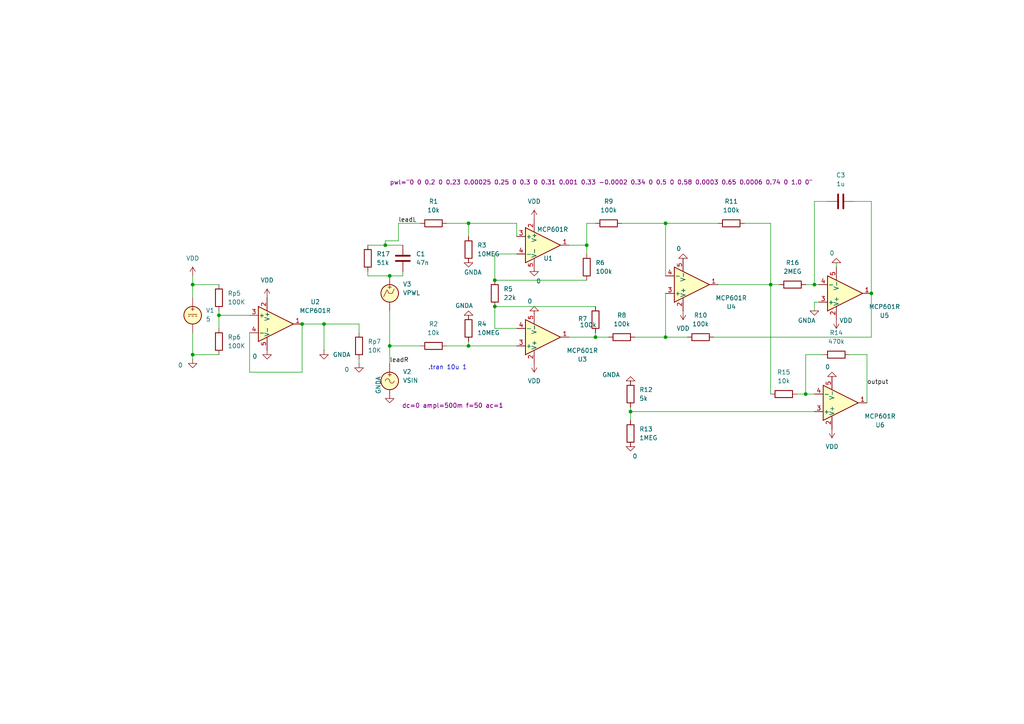
<source format=kicad_sch>
(kicad_sch (version 20250114) (generator "eeschema") (generator_version "9.0")
  (paper "A4")
  (lib_symbols
    (symbol "Amplifier_Operational:MCP601R" (pin_names (offset 0.127))
      (property "Reference" "U" (at 0 5.08 0))
      (property "Value" "MCP601R" (at 0 -5.08 0))
      (symbol "MCP601R_0_1"
        (polyline (pts (xy -5.08 5.08) (xy 5.08 0) (xy -5.08 -5.08) (xy -5.08 5.08)) (stroke (width 0.254)) (fill (type background)))
      )
      (symbol "MCP601R_1_1"
        (pin input line (at -7.62 2.54 0) (length 2.54) (name "+") (number "3"))
        (pin input line (at -7.62 -2.54 0) (length 2.54) (name "-") (number "4"))
        (pin power_in line (at -2.54 7.62 270) (length 3.81) (name "V+") (number "2"))
        (pin power_in line (at -2.54 -7.62 90) (length 3.81) (name "V-") (number "5"))
        (pin output line (at 7.62 0 180) (length 2.54) (name "~") (number "1"))
      )
    )
    (symbol "Device:C" (pin_numbers (hide yes)) (pin_names (offset 0.254))
      (property "Reference" "C" (at 0.635 2.54 0))
      (property "Value" "C" (at 0.635 -2.54 0))
      (symbol "C_0_1"
        (polyline (pts (xy -2.032 0.762) (xy 2.032 0.762)) (stroke (width 0.508)))
        (polyline (pts (xy -2.032 -0.762) (xy 2.032 -0.762)) (stroke (width 0.508)))
      )
      (symbol "C_1_1"
        (pin passive line (at 0 3.81 270) (length 2.794) (name "~") (number "1"))
        (pin passive line (at 0 -3.81 90) (length 2.794) (name "~") (number "2"))
      )
    )
    (symbol "Device:R" (pin_numbers (hide yes)) (pin_names (offset 0))
      (property "Reference" "R" (at 2.032 0 90))
      (property "Value" "R" (at 0 0 90))
      (symbol "R_0_1"
        (rectangle (start -1.016 -2.54) (end 1.016 2.54) (stroke (width 0.254)))
      )
      (symbol "R_1_1"
        (pin passive line (at 0 3.81 270) (length 1.27) (name "~") (number "1"))
        (pin passive line (at 0 -3.81 90) (length 1.27) (name "~") (number "2"))
      )
    )
    (symbol "Simulation_SPICE:0" (power) (pin_numbers (hide yes)) (pin_names (offset 0) (hide yes))
      (property "Value" "0" (at 0 -2.54 0))
      (symbol "0_0_1"
        (polyline (pts (xy -1.27 0) (xy 0 -1.27) (xy 1.27 0) (xy -1.27 0)))
      )
      (symbol "0_1_1"
        (pin power_in line (at 0 0 0) (length 0) (name "~") (number "1"))
      )
    )
    (symbol "Simulation_SPICE:VDC" (pin_numbers (hide yes)) (pin_names (offset 0.0254))
      (property "Reference" "V" (at 2.54 2.54 0))
      (property "Value" "1" (at 2.54 0 0))
      (symbol "VDC_0_0"
        (polyline (pts (xy -1.27 0.254) (xy 1.27 0.254)))
        (polyline (pts (xy -0.762 -0.254) (xy -1.27 -0.254)))
        (polyline (pts (xy 0.254 -0.254) (xy -0.254 -0.254)))
        (polyline (pts (xy 1.27 -0.254) (xy 0.762 -0.254)))
        (text "+" (at 0 1.905 0) (effects (font (size 1.27 1.27))))
      )
      (symbol "VDC_0_1"
        (circle (center 0 0) (radius 2.54) (stroke (width 0.254)) (fill (type background)))
      )
      (symbol "VDC_1_1"
        (pin passive line (at 0 5.08 270) (length 2.54) (name "~") (number "1"))
        (pin passive line (at 0 -5.08 90) (length 2.54) (name "~") (number "2"))
      )
    )
    (symbol "Simulation_SPICE:VPWL" (pin_numbers (hide yes)) (pin_names (offset 0.0254))
      (property "Reference" "V" (at 2.54 2.54 0))
      (property "Value" "VPWL" (at 2.54 0 0))
      (property "Sim.Params" "pwl=\"0 -1 50n -1 51n 0 97n 1 171n -1 200n -1\"" (at 2.54 -2.54 0))
      (symbol "VPWL_0_0"
        (polyline (pts (xy -1.778 -1.016) (xy -0.762 1.016) (xy -0.254 0) (xy 0.762 0) (xy 1.27 1.27)))
        (text "+" (at 0 1.905 0) (effects (font (size 1.27 1.27))))
      )
      (symbol "VPWL_0_1"
        (circle (center 0 0) (radius 2.54) (stroke (width 0.254)) (fill (type background)))
      )
      (symbol "VPWL_1_1"
        (pin passive line (at 0 5.08 270) (length 2.54) (name "~") (number "1"))
        (pin passive line (at 0 -5.08 90) (length 2.54) (name "~") (number "2"))
      )
    )
    (symbol "Simulation_SPICE:VSIN" (pin_numbers (hide yes)) (pin_names (offset 0.0254))
      (property "Reference" "V" (at 2.54 2.54 0))
      (property "Value" "VSIN" (at 2.54 0 0))
      (property "Sim.Params" "dc=0 ampl=1 f=1k ac=1" (at 2.54 -2.54 0))
      (symbol "VSIN_0_0"
        (arc (start -1.27 0) (mid -0.635 0.6323) (end 0 0))
        (arc (start 1.27 0) (mid 0.635 -0.6323) (end 0 0))
        (text "+" (at 0 1.905 0) (effects (font (size 1.27 1.27))))
      )
      (symbol "VSIN_0_1"
        (circle (center 0 0) (radius 2.54) (stroke (width 0.254)) (fill (type background)))
      )
      (symbol "VSIN_1_1"
        (pin passive line (at 0 5.08 270) (length 2.54) (name "~") (number "1"))
        (pin passive line (at 0 -5.08 90) (length 2.54) (name "~") (number "2"))
      )
    )
    (symbol "power:GND" (power) (pin_numbers (hide yes)) (pin_names (offset 0) (hide yes))
      (property "Value" "GND" (at 0 -3.81 0))
      (symbol "GND_0_1"
        (polyline (pts (xy 0 0) (xy 0 -1.27) (xy 1.27 -1.27) (xy 0 -2.54) (xy -1.27 -1.27) (xy 0 -1.27)))
      )
      (symbol "GND_1_1"
        (pin power_in line (at 0 0 270) (length 0) (name "~") (number "1"))
      )
    )
    (symbol "power:VDD" (power) (pin_numbers (hide yes)) (pin_names (offset 0) (hide yes))
      (property "Value" "VDD" (at 0 3.556 0))
      (symbol "VDD_0_1"
        (polyline (pts (xy -0.762 1.27) (xy 0 2.54)))
        (polyline (pts (xy 0 2.54) (xy 0.762 1.27)))
        (polyline (pts (xy 0 0) (xy 0 2.54)))
      )
      (symbol "VDD_1_1"
        (pin power_in line (at 0 0 90) (length 0) (name "~") (number "1"))
      )
    )
  )
  (text ".tran 10u 1" (at 129.794 106.68 0) (effects (font (size 1.27 1.27))))
  (junction (at 135.89 64.77))
  (junction (at 236.22 82.55))
  (junction (at 113.03 80.01))
  (junction (at 55.88 82.55))
  (junction (at 143.51 81.28))
  (junction (at 93.98 93.98))
  (junction (at 193.04 64.77))
  (junction (at 170.18 71.12))
  (junction (at 55.88 102.87))
  (junction (at 111.76 71.12))
  (junction (at 143.51 88.9))
  (junction (at 182.88 119.38))
  (junction (at 193.04 97.79))
  (junction (at 172.72 97.79))
  (junction (at 113.03 100.33))
  (junction (at 63.5 91.44))
  (junction (at 135.89 100.33))
  (junction (at 223.52 82.55))
  (junction (at 252.73 85.09))
  (junction (at 233.68 114.3))
  (junction (at 87.63 93.98))
  (wire (pts (xy 208.28 82.55) (xy 223.52 82.55)))
  (wire (pts (xy 135.89 64.77) (xy 135.89 68.58)))
  (wire (pts (xy 129.54 100.33) (xy 135.89 100.33)))
  (wire (pts (xy 129.54 64.77) (xy 135.89 64.77)))
  (wire (pts (xy 55.88 104.14) (xy 55.88 102.87)))
  (wire (pts (xy 180.34 64.77) (xy 193.04 64.77)))
  (wire (pts (xy 113.03 100.33) (xy 121.92 100.33)))
  (wire (pts (xy 143.51 81.28) (xy 170.18 81.28)))
  (wire (pts (xy 172.72 96.52) (xy 172.72 97.79)))
  (wire (pts (xy 170.18 64.77) (xy 170.18 71.12)))
  (wire (pts (xy 93.98 93.98) (xy 104.14 93.98)))
  (wire (pts (xy 193.04 64.77) (xy 208.28 64.77)))
  (wire (pts (xy 87.63 93.98) (xy 93.98 93.98)))
  (wire (pts (xy 63.5 91.44) (xy 72.39 91.44)))
  (wire (pts (xy 104.14 93.98) (xy 104.14 96.52)))
  (wire (pts (xy 135.89 100.33) (xy 149.86 100.33)))
  (wire (pts (xy 111.76 71.12) (xy 111.76 69.85)))
  (wire (pts (xy 223.52 82.55) (xy 226.06 82.55)))
  (wire (pts (xy 111.76 71.12) (xy 116.84 71.12)))
  (wire (pts (xy 170.18 71.12) (xy 170.18 73.66)))
  (wire (pts (xy 143.51 95.25) (xy 143.51 88.9)))
  (wire (pts (xy 106.68 71.12) (xy 111.76 71.12)))
  (wire (pts (xy 182.88 119.38) (xy 236.22 119.38)))
  (wire (pts (xy 143.51 73.66) (xy 143.51 81.28)))
  (wire (pts (xy 236.22 87.63) (xy 237.49 87.63)))
  (wire (pts (xy 104.14 104.14) (xy 104.14 105.41)))
  (wire (pts (xy 172.72 64.77) (xy 170.18 64.77)))
  (wire (pts (xy 231.14 114.3) (xy 233.68 114.3)))
  (wire (pts (xy 63.5 90.17) (xy 63.5 91.44)))
  (wire (pts (xy 207.01 97.79) (xy 252.73 97.79)))
  (wire (pts (xy 223.52 64.77) (xy 215.9 64.77)))
  (wire (pts (xy 233.68 114.3) (xy 236.22 114.3)))
  (wire (pts (xy 63.5 82.55) (xy 55.88 82.55)))
  (wire (pts (xy 87.63 93.98) (xy 87.63 107.95)))
  (wire (pts (xy 193.04 64.77) (xy 193.04 80.01)))
  (wire (pts (xy 236.22 82.55) (xy 237.49 82.55)))
  (wire (pts (xy 172.72 97.79) (xy 176.53 97.79)))
  (wire (pts (xy 113.03 90.17) (xy 113.03 100.33)))
  (wire (pts (xy 252.73 97.79) (xy 252.73 85.09)))
  (wire (pts (xy 106.68 80.01) (xy 106.68 78.74)))
  (wire (pts (xy 193.04 97.79) (xy 199.39 97.79)))
  (wire (pts (xy 149.86 95.25) (xy 143.51 95.25)))
  (wire (pts (xy 72.39 107.95) (xy 87.63 107.95)))
  (wire (pts (xy 149.86 64.77) (xy 149.86 68.58)))
  (wire (pts (xy 55.88 82.55) (xy 55.88 86.36)))
  (wire (pts (xy 223.52 114.3) (xy 223.52 82.55)))
  (wire (pts (xy 236.22 90.17) (xy 236.22 87.63)))
  (wire (pts (xy 111.76 69.85) (xy 115.57 69.85)))
  (wire (pts (xy 135.89 64.77) (xy 149.86 64.77)))
  (wire (pts (xy 116.84 80.01) (xy 116.84 78.74)))
  (wire (pts (xy 242.57 77.47) (xy 242.57 76.2)))
  (wire (pts (xy 165.1 71.12) (xy 170.18 71.12)))
  (wire (pts (xy 116.84 80.01) (xy 113.03 80.01)))
  (wire (pts (xy 236.22 58.42) (xy 236.22 82.55)))
  (wire (pts (xy 223.52 64.77) (xy 223.52 82.55)))
  (wire (pts (xy 252.73 58.42) (xy 252.73 85.09)))
  (wire (pts (xy 165.1 97.79) (xy 172.72 97.79)))
  (wire (pts (xy 113.03 80.01) (xy 106.68 80.01)))
  (wire (pts (xy 115.57 64.77) (xy 115.57 69.85)))
  (wire (pts (xy 55.88 102.87) (xy 55.88 96.52)))
  (wire (pts (xy 238.76 102.87) (xy 233.68 102.87)))
  (wire (pts (xy 251.46 102.87) (xy 246.38 102.87)))
  (wire (pts (xy 251.46 116.84) (xy 251.46 102.87)))
  (wire (pts (xy 247.65 58.42) (xy 252.73 58.42)))
  (wire (pts (xy 121.92 64.77) (xy 115.57 64.77)))
  (wire (pts (xy 233.68 102.87) (xy 233.68 114.3)))
  (wire (pts (xy 182.88 119.38) (xy 182.88 121.92)))
  (wire (pts (xy 149.86 73.66) (xy 143.51 73.66)))
  (wire (pts (xy 113.03 100.33) (xy 113.03 105.41)))
  (wire (pts (xy 193.04 85.09) (xy 193.04 97.79)))
  (wire (pts (xy 233.68 82.55) (xy 236.22 82.55)))
  (wire (pts (xy 63.5 91.44) (xy 63.5 95.25)))
  (wire (pts (xy 240.03 58.42) (xy 236.22 58.42)))
  (wire (pts (xy 143.51 88.9) (xy 172.72 88.9)))
  (wire (pts (xy 184.15 97.79) (xy 193.04 97.79)))
  (wire (pts (xy 135.89 99.06) (xy 135.89 100.33)))
  (wire (pts (xy 72.39 96.52) (xy 72.39 107.95)))
  (wire (pts (xy 63.5 102.87) (xy 55.88 102.87)))
  (wire (pts (xy 182.88 118.11) (xy 182.88 119.38)))
  (wire (pts (xy 55.88 82.55) (xy 55.88 80.01)))
  (wire (pts (xy 93.98 93.98) (xy 93.98 101.6)))
  (label "output" (at 251.46 111.76 0))
  (label "leadL" (at 115.57 64.77 0))
  (label "leadR" (at 113.03 105.41 0))
  (symbol (lib_id "power:VDD") (at 242.57 92.71 180) (unit 1)
    (property "Reference" "#PWR011" (effects (hide yes)))
    (property "Value" "VDD" (at 245.364 92.964 0))
    (property "Description" "Power symbol creates a global label with name \"VDD\"" (effects (hide yes)))
  )
  (symbol (lib_id "power:GND") (at 104.14 105.41 0) (unit 1)
    (property "Reference" "#PWR07" (effects (hide yes)))
    (property "Value" "0" (at 100.584 107.188 0))
    (property "Description" "Power symbol creates a global label with name \"GND\" , ground" (effects (hide yes)))
  )
  (symbol (lib_id "power:GND") (at 93.98 101.6 0) (unit 1)
    (property "Reference" "#PWR08" (effects (hide yes)))
    (property "Value" "GNDA" (at 96.52 102.8699 0) (effects (justify left)))
    (property "Description" "Power symbol creates a global label with name \"GND\" , ground" (effects (hide yes)))
  )
  (symbol (lib_id "Amplifier_Operational:MCP601R") (at 243.84 116.84 0) (mirror x) (unit 1)
    (property "Reference" "U6" (at 255.27 123.2602 0))
    (property "Value" "MCP601R" (at 255.27 120.7202 0))
    (property "Footprint" "Package_TO_SOT_SMD:SOT-23-5" (effects (hide yes)))
    (property "Datasheet" "https://ww1.microchip.com/downloads/en/DeviceDoc/21314g.pdf" (effects (hide yes)))
    (property "Description" "Single 2.7V to 6.0V Single Supply CMOS Op Amps, SOT-23-5" (effects (hide yes)))
    (property "Sim.Library" "/home/pepika/work/faks/medicinska_elektronika/vezba1/MCP601_opamp.txt" (effects (hide yes)))
    (property "Sim.Name" "MCP601" (effects (hide yes)))
    (property "Sim.Device" "SUBCKT" (effects (hide yes)))
    (property "Sim.Pins" "1=5 2=3 3=1 4=2 5=4" (effects (hide yes)))
  )
  (symbol (lib_id "Device:R") (at 106.68 74.93 180) (unit 1)
    (property "Reference" "R17" (at 109.22 73.6599 0) (effects (justify right)))
    (property "Value" "51k" (at 109.22 76.1999 0) (effects (justify right)))
    (property "Description" "Resistor" (effects (hide yes)))
  )
  (symbol (lib_id "Amplifier_Operational:MCP601R") (at 200.66 82.55 0) (mirror x) (unit 1)
    (property "Reference" "U4" (at 212.09 88.9702 0))
    (property "Value" "MCP601R" (at 212.09 86.4302 0))
    (property "Footprint" "Package_TO_SOT_SMD:SOT-23-5" (effects (hide yes)))
    (property "Datasheet" "https://ww1.microchip.com/downloads/en/DeviceDoc/21314g.pdf" (effects (hide yes)))
    (property "Description" "Single 2.7V to 6.0V Single Supply CMOS Op Amps, SOT-23-5" (effects (hide yes)))
    (property "Sim.Library" "/home/pepika/work/faks/medicinska_elektronika/vezba1/MCP601_opamp.txt" (effects (hide yes)))
    (property "Sim.Name" "MCP601" (effects (hide yes)))
    (property "Sim.Device" "SUBCKT" (effects (hide yes)))
    (property "Sim.Pins" "1=5 2=3 3=1 4=2 5=4" (effects (hide yes)))
  )
  (symbol (lib_id "power:GND") (at 77.47 101.6 0) (unit 1)
    (property "Reference" "#PWR06" (effects (hide yes)))
    (property "Value" "0" (at 73.914 103.378 0))
    (property "Description" "Power symbol creates a global label with name \"GND\" , ground" (effects (hide yes)))
  )
  (symbol (lib_id "Simulation_SPICE:0") (at 135.89 91.44 180) (unit 1)
    (property "Reference" "#GND06" (effects (hide yes)))
    (property "Value" "GNDA" (at 134.62 88.646 0))
    (property "Datasheet" "https://ngspice.sourceforge.io/docs/ngspice-html-manual/manual.xhtml#subsec_Circuit_elements__device" (effects (hide yes)))
    (property "Description" "0V reference potential for simulation" (effects (hide yes)))
  )
  (symbol (lib_id "Device:R") (at 135.89 95.25 0) (unit 1)
    (property "Reference" "R4" (at 138.43 93.9799 0) (effects (justify left)))
    (property "Value" "10MEG" (at 138.43 96.5199 0) (effects (justify left)))
    (property "Description" "Resistor" (effects (hide yes)))
  )
  (symbol (lib_id "Device:R") (at 63.5 86.36 0) (unit 1)
    (property "Reference" "Rp5" (at 66.04 85.0899 0) (effects (justify left)))
    (property "Value" "100K" (at 66.04 87.6299 0) (effects (justify left)))
    (property "Description" "Resistor" (effects (hide yes)))
  )
  (symbol (lib_id "Device:R") (at 125.73 100.33 90) (unit 1)
    (property "Reference" "R2" (at 125.73 93.98 90))
    (property "Value" "10k" (at 125.73 96.52 90))
    (property "Description" "Resistor" (effects (hide yes)))
  )
  (symbol (lib_id "Simulation_SPICE:VPWL") (at 113.03 85.09 0) (unit 1)
    (property "Reference" "V3" (at 116.84 82.4201 0) (effects (justify left)))
    (property "Value" "VPWL" (at 116.84 84.9601 0) (effects (justify left)))
    (property "Datasheet" "https://ngspice.sourceforge.io/docs/ngspice-html-manual/manual.xhtml#sec_Independent_Sources_for" (effects (hide yes)))
    (property "Description" "Voltage source, piece-wise linear" (effects (hide yes)))
    (property "Sim.Pins" "1=+ 2=-" (effects (hide yes)))
    (property "Sim.Device" "V" (effects (hide yes)))
    (property "Sim.Params" "pwl=\"0 0 0.2 0 0.23 0.00025 0.25 0 0.3 0 0.31 0.001 0.33 -0.0002 0.34 0 0.5 0 0.58 0.0003 0.65 0.0006 0.74 0 1.0 0\"" (at 113.03 52.832 0) (effects (justify left)))
    (property "Sim.Type" "PWL" (effects (hide yes)))
  )
  (symbol (lib_id "Amplifier_Operational:MCP601R") (at 245.11 85.09 0) (mirror x) (unit 1)
    (property "Reference" "U5" (at 256.54 91.5102 0))
    (property "Value" "MCP601R" (at 256.54 88.9702 0))
    (property "Footprint" "Package_TO_SOT_SMD:SOT-23-5" (effects (hide yes)))
    (property "Datasheet" "https://ww1.microchip.com/downloads/en/DeviceDoc/21314g.pdf" (effects (hide yes)))
    (property "Description" "Single 2.7V to 6.0V Single Supply CMOS Op Amps, SOT-23-5" (effects (hide yes)))
    (property "Sim.Library" "/home/pepika/work/faks/medicinska_elektronika/vezba1/MCP601_opamp.txt" (effects (hide yes)))
    (property "Sim.Name" "MCP601" (effects (hide yes)))
    (property "Sim.Device" "SUBCKT" (effects (hide yes)))
    (property "Sim.Pins" "1=5 2=3 3=1 4=2 5=4" (effects (hide yes)))
  )
  (symbol (lib_id "Device:R") (at 104.14 100.33 0) (unit 1)
    (property "Reference" "Rp7" (at 106.68 99.0599 0) (effects (justify left)))
    (property "Value" "10K" (at 106.68 101.5999 0) (effects (justify left)))
    (property "Description" "Resistor" (effects (hide yes)))
  )
  (symbol (lib_id "Device:R") (at 229.87 82.55 270) (unit 1)
    (property "Reference" "R16" (at 229.87 76.2 90))
    (property "Value" "2MEG" (at 229.87 78.74 90))
    (property "Description" "Resistor" (effects (hide yes)))
  )
  (symbol (lib_id "Device:R") (at 212.09 64.77 270) (unit 1)
    (property "Reference" "R11" (at 212.09 58.42 90))
    (property "Value" "100k" (at 212.09 60.96 90))
    (property "Description" "Resistor" (effects (hide yes)))
  )
  (symbol (lib_id "Device:R") (at 242.57 102.87 270) (unit 1)
    (property "Reference" "R14" (at 242.57 96.52 90))
    (property "Value" "470k" (at 242.57 99.06 90))
    (property "Description" "Resistor" (effects (hide yes)))
  )
  (symbol (lib_id "Device:R") (at 63.5 99.06 0) (unit 1)
    (property "Reference" "Rp6" (at 66.04 97.7899 0) (effects (justify left)))
    (property "Value" "100K" (at 66.04 100.3299 0) (effects (justify left)))
    (property "Description" "Resistor" (effects (hide yes)))
  )
  (symbol (lib_id "Device:R") (at 125.73 64.77 90) (unit 1)
    (property "Reference" "R1" (at 125.73 58.42 90))
    (property "Value" "10k" (at 125.73 60.96 90))
    (property "Description" "Resistor" (effects (hide yes)))
  )
  (symbol (lib_id "power:GND") (at 55.88 104.14 0) (unit 1)
    (property "Reference" "#PWR01" (effects (hide yes)))
    (property "Value" "0" (at 52.324 105.918 0))
    (property "Description" "Power symbol creates a global label with name \"GND\" , ground" (effects (hide yes)))
  )
  (symbol (lib_id "Device:R") (at 203.2 97.79 270) (unit 1)
    (property "Reference" "R10" (at 203.2 91.44 90))
    (property "Value" "100k" (at 203.2 93.98 90))
    (property "Description" "Resistor" (effects (hide yes)))
  )
  (symbol (lib_id "Simulation_SPICE:0") (at 198.12 74.93 180) (unit 1)
    (property "Reference" "#GND03" (effects (hide yes)))
    (property "Value" "0" (at 196.85 72.136 0))
    (property "Datasheet" "https://ngspice.sourceforge.io/docs/ngspice-html-manual/manual.xhtml#subsec_Circuit_elements__device" (effects (hide yes)))
    (property "Description" "0V reference potential for simulation" (effects (hide yes)))
  )
  (symbol (lib_id "Simulation_SPICE:0") (at 154.94 78.74 0) (unit 1)
    (property "Reference" "#GND02" (effects (hide yes)))
    (property "Value" "0" (at 156.21 81.534 0))
    (property "Datasheet" "https://ngspice.sourceforge.io/docs/ngspice-html-manual/manual.xhtml#subsec_Circuit_elements__device" (effects (hide yes)))
    (property "Description" "0V reference potential for simulation" (effects (hide yes)))
  )
  (symbol (lib_id "power:VDD") (at 154.94 63.5 0) (unit 1)
    (property "Reference" "#PWR02" (effects (hide yes)))
    (property "Value" "VDD" (at 154.94 58.42 0))
    (property "Description" "Power symbol creates a global label with name \"VDD\"" (effects (hide yes)))
  )
  (symbol (lib_id "Device:R") (at 170.18 77.47 0) (unit 1)
    (property "Reference" "R6" (at 172.72 76.1999 0) (effects (justify left)))
    (property "Value" "100k" (at 172.72 78.7399 0) (effects (justify left)))
    (property "Description" "Resistor" (effects (hide yes)))
  )
  (symbol (lib_id "Simulation_SPICE:0") (at 135.89 76.2 0) (unit 1)
    (property "Reference" "#GND05" (effects (hide yes)))
    (property "Value" "GNDA" (at 137.16 78.994 0))
    (property "Datasheet" "https://ngspice.sourceforge.io/docs/ngspice-html-manual/manual.xhtml#subsec_Circuit_elements__device" (effects (hide yes)))
    (property "Description" "0V reference potential for simulation" (effects (hide yes)))
  )
  (symbol (lib_id "Device:C") (at 116.84 74.93 180) (unit 1)
    (property "Reference" "C1" (at 120.65 73.6599 0) (effects (justify right)))
    (property "Value" "47n" (at 120.65 76.1999 0) (effects (justify right)))
    (property "Description" "Unpolarized capacitor" (effects (hide yes)))
  )
  (symbol (lib_id "Device:C") (at 243.84 58.42 90) (unit 1)
    (property "Reference" "C3" (at 243.84 50.8 90))
    (property "Value" "1u" (at 243.84 53.34 90))
    (property "Description" "Unpolarized capacitor" (effects (hide yes)))
  )
  (symbol (lib_id "power:VDD") (at 154.94 105.41 180) (unit 1)
    (property "Reference" "#PWR03" (effects (hide yes)))
    (property "Value" "VDD" (at 154.94 110.49 0))
    (property "Description" "Power symbol creates a global label with name \"VDD\"" (effects (hide yes)))
  )
  (symbol (lib_id "Device:R") (at 182.88 114.3 0) (unit 1)
    (property "Reference" "R12" (at 185.42 113.0299 0) (effects (justify left)))
    (property "Value" "5k" (at 185.42 115.5699 0) (effects (justify left)))
    (property "Description" "Resistor" (effects (hide yes)))
  )
  (symbol (lib_id "Device:R") (at 143.51 85.09 180) (unit 1)
    (property "Reference" "R5" (at 146.05 83.8199 0) (effects (justify right)))
    (property "Value" "22k" (at 146.05 86.3599 0) (effects (justify right)))
    (property "Description" "Resistor" (effects (hide yes)))
  )
  (symbol (lib_id "Amplifier_Operational:MCP601R") (at 157.48 97.79 0) (mirror x) (unit 1)
    (property "Reference" "U3" (at 168.91 104.2102 0))
    (property "Value" "MCP601R" (at 168.91 101.6702 0))
    (property "Footprint" "Package_TO_SOT_SMD:SOT-23-5" (effects (hide yes)))
    (property "Datasheet" "https://ww1.microchip.com/downloads/en/DeviceDoc/21314g.pdf" (effects (hide yes)))
    (property "Description" "Single 2.7V to 6.0V Single Supply CMOS Op Amps, SOT-23-5" (effects (hide yes)))
    (property "Sim.Library" "/home/pepika/work/faks/medicinska_elektronika/vezba1/MCP601_opamp.txt" (effects (hide yes)))
    (property "Sim.Name" "MCP601" (effects (hide yes)))
    (property "Sim.Device" "SUBCKT" (effects (hide yes)))
    (property "Sim.Pins" "1=5 2=3 3=1 4=2 5=4" (effects (hide yes)))
  )
  (symbol (lib_id "power:VDD") (at 77.47 86.36 0) (unit 1)
    (property "Reference" "#PWR010" (effects (hide yes)))
    (property "Value" "VDD" (at 77.47 81.28 0))
    (property "Description" "Power symbol creates a global label with name \"VDD\"" (effects (hide yes)))
  )
  (symbol (lib_id "Simulation_SPICE:0") (at 236.22 90.17 0) (unit 1)
    (property "Reference" "#GND010" (effects (hide yes)))
    (property "Value" "GNDA" (at 231.394 92.964 0) (effects (justify left)))
    (property "Datasheet" "https://ngspice.sourceforge.io/docs/ngspice-html-manual/manual.xhtml#subsec_Circuit_elements__device" (effects (hide yes)))
    (property "Description" "0V reference potential for simulation" (effects (hide yes)))
  )
  (symbol (lib_id "power:VDD") (at 55.88 80.01 0) (unit 1)
    (property "Reference" "#PWR09" (effects (hide yes)))
    (property "Value" "VDD" (at 55.88 74.93 0))
    (property "Description" "Power symbol creates a global label with name \"VDD\"" (effects (hide yes)))
  )
  (symbol (lib_id "Simulation_SPICE:0") (at 242.57 76.2 180) (unit 1)
    (property "Reference" "#GND011" (effects (hide yes)))
    (property "Value" "0" (at 241.3 73.406 0))
    (property "Datasheet" "https://ngspice.sourceforge.io/docs/ngspice-html-manual/manual.xhtml#subsec_Circuit_elements__device" (effects (hide yes)))
    (property "Description" "0V reference potential for simulation" (effects (hide yes)))
  )
  (symbol (lib_id "Device:R") (at 135.89 72.39 0) (unit 1)
    (property "Reference" "R3" (at 138.43 71.1199 0) (effects (justify left)))
    (property "Value" "10MEG" (at 138.43 73.6599 0) (effects (justify left)))
    (property "Description" "Resistor" (effects (hide yes)))
  )
  (symbol (lib_id "Simulation_SPICE:0") (at 154.94 90.17 180) (unit 1)
    (property "Reference" "#GND01" (effects (hide yes)))
    (property "Value" "0" (at 153.67 87.376 0))
    (property "Datasheet" "https://ngspice.sourceforge.io/docs/ngspice-html-manual/manual.xhtml#subsec_Circuit_elements__device" (effects (hide yes)))
    (property "Description" "0V reference potential for simulation" (effects (hide yes)))
  )
  (symbol (lib_id "Amplifier_Operational:MCP601R") (at 80.01 93.98 0) (unit 1)
    (property "Reference" "U2" (at 91.44 87.5598 0))
    (property "Value" "MCP601R" (at 91.44 90.0998 0))
    (property "Footprint" "Package_TO_SOT_SMD:SOT-23-5" (effects (hide yes)))
    (property "Datasheet" "https://ww1.microchip.com/downloads/en/DeviceDoc/21314g.pdf" (effects (hide yes)))
    (property "Description" "Single 2.7V to 6.0V Single Supply CMOS Op Amps, SOT-23-5" (effects (hide yes)))
    (property "Sim.Library" "/home/pepika/work/faks/medicinska_elektronika/vezba1/MCP601_opamp.txt" (effects (hide yes)))
    (property "Sim.Name" "MCP601" (effects (hide yes)))
    (property "Sim.Device" "SUBCKT" (effects (hide yes)))
    (property "Sim.Pins" "1=5 2=3 3=1 4=2 5=4" (effects (hide yes)))
  )
  (symbol (lib_id "Simulation_SPICE:0") (at 113.03 115.57 0) (unit 1)
    (property "Reference" "#GND012" (effects (hide yes)))
    (property "Value" "GNDA" (at 109.728 114.3 90) (effects (justify left)))
    (property "Datasheet" "https://ngspice.sourceforge.io/docs/ngspice-html-manual/manual.xhtml#subsec_Circuit_elements__device" (effects (hide yes)))
    (property "Description" "0V reference potential for simulation" (effects (hide yes)))
  )
  (symbol (lib_id "Simulation_SPICE:VDC") (at 55.88 91.44 0) (unit 1)
    (property "Reference" "V1" (at 59.69 90.0401 0) (effects (justify left)))
    (property "Value" "5" (at 59.69 92.5801 0) (effects (justify left)))
    (property "Datasheet" "https://ngspice.sourceforge.io/docs/ngspice-html-manual/manual.xhtml#sec_Independent_Sources_for" (effects (hide yes)))
    (property "Description" "Voltage source, DC" (effects (hide yes)))
    (property "Sim.Pins" "1=+ 2=-" (effects (hide yes)))
    (property "Sim.Type" "DC" (effects (hide yes)))
    (property "Sim.Device" "V" (effects (hide yes)))
  )
  (symbol (lib_id "power:VDD") (at 198.12 90.17 180) (unit 1)
    (property "Reference" "#PWR04" (effects (hide yes)))
    (property "Value" "VDD" (at 198.12 95.25 0))
    (property "Description" "Power symbol creates a global label with name \"VDD\"" (effects (hide yes)))
  )
  (symbol (lib_id "Device:R") (at 172.72 92.71 0) (unit 1)
    (property "Reference" "R7" (at 167.64 92.456 0) (effects (justify left)))
    (property "Value" "100k" (at 168.148 94.234 0) (effects (justify left)))
    (property "Description" "Resistor" (effects (hide yes)))
  )
  (symbol (lib_id "Device:R") (at 180.34 97.79 270) (unit 1)
    (property "Reference" "R8" (at 180.34 91.44 90))
    (property "Value" "100k" (at 180.34 93.98 90))
    (property "Description" "Resistor" (effects (hide yes)))
  )
  (symbol (lib_id "Device:R") (at 227.33 114.3 270) (unit 1)
    (property "Reference" "R15" (at 227.33 107.95 90))
    (property "Value" "10k" (at 227.33 110.49 90))
    (property "Description" "Resistor" (effects (hide yes)))
  )
  (symbol (lib_id "power:VDD") (at 241.3 124.46 180) (unit 1)
    (property "Reference" "#PWR05" (effects (hide yes)))
    (property "Value" "VDD" (at 241.3 129.54 0))
    (property "Description" "Power symbol creates a global label with name \"VDD\"" (effects (hide yes)))
  )
  (symbol (lib_id "Simulation_SPICE:0") (at 241.3 109.22 180) (unit 1)
    (property "Reference" "#GND09" (effects (hide yes)))
    (property "Value" "0" (at 240.03 106.426 0))
    (property "Datasheet" "https://ngspice.sourceforge.io/docs/ngspice-html-manual/manual.xhtml#subsec_Circuit_elements__device" (effects (hide yes)))
    (property "Description" "0V reference potential for simulation" (effects (hide yes)))
  )
  (symbol (lib_id "Device:R") (at 176.53 64.77 270) (unit 1)
    (property "Reference" "R9" (at 176.53 58.42 90))
    (property "Value" "100k" (at 176.53 60.96 90))
    (property "Description" "Resistor" (effects (hide yes)))
  )
  (symbol (lib_id "Simulation_SPICE:0") (at 182.88 129.54 0) (unit 1)
    (property "Reference" "#GND04" (effects (hide yes)))
    (property "Value" "0" (at 184.15 132.334 0))
    (property "Datasheet" "https://ngspice.sourceforge.io/docs/ngspice-html-manual/manual.xhtml#subsec_Circuit_elements__device" (effects (hide yes)))
    (property "Description" "0V reference potential for simulation" (effects (hide yes)))
  )
  (symbol (lib_id "Amplifier_Operational:MCP601R") (at 157.48 71.12 0) (unit 1)
    (property "Reference" "U1" (at 159.004 74.93 0))
    (property "Value" "MCP601R" (at 160.274 66.548 0))
    (property "Footprint" "Package_TO_SOT_SMD:SOT-23-5" (effects (hide yes)))
    (property "Datasheet" "https://ww1.microchip.com/downloads/en/DeviceDoc/21314g.pdf" (effects (hide yes)))
    (property "Description" "Single 2.7V to 6.0V Single Supply CMOS Op Amps, SOT-23-5" (effects (hide yes)))
    (property "Sim.Library" "/home/pepika/work/faks/medicinska_elektronika/vezba1/MCP601_opamp.txt" (effects (hide yes)))
    (property "Sim.Name" "MCP601" (effects (hide yes)))
    (property "Sim.Device" "SUBCKT" (effects (hide yes)))
    (property "Sim.Pins" "1=5 2=3 3=1 4=2 5=4" (effects (hide yes)))
  )
  (symbol (lib_id "Device:R") (at 182.88 125.73 0) (unit 1)
    (property "Reference" "R13" (at 185.42 124.4599 0) (effects (justify left)))
    (property "Value" "1MEG" (at 185.42 126.9999 0) (effects (justify left)))
    (property "Description" "Resistor" (effects (hide yes)))
  )
  (symbol (lib_id "Simulation_SPICE:0") (at 182.88 110.49 180) (unit 1)
    (property "Reference" "#GND08" (effects (hide yes)))
    (property "Value" "GNDA" (at 179.832 108.712 0) (effects (justify left)))
    (property "Datasheet" "https://ngspice.sourceforge.io/docs/ngspice-html-manual/manual.xhtml#subsec_Circuit_elements__device" (effects (hide yes)))
    (property "Description" "0V reference potential for simulation" (effects (hide yes)))
  )
  (symbol (lib_id "Simulation_SPICE:VSIN") (at 113.03 110.49 0) (unit 1)
    (property "Reference" "V2" (at 116.84 107.8201 0) (effects (justify left)))
    (property "Value" "VSIN" (at 116.84 110.3601 0) (effects (justify left)))
    (property "Datasheet" "https://ngspice.sourceforge.io/docs/ngspice-html-manual/manual.xhtml#sec_Independent_Sources_for" (effects (hide yes)))
    (property "Description" "Voltage source, sinusoidal" (effects (hide yes)))
    (property "Sim.Pins" "1=+ 2=-" (effects (hide yes)))
    (property "Sim.Params" "dc=0 ampl=500m f=50 ac=1" (at 116.586 117.602 0) (effects (justify left)))
    (property "Sim.Type" "SIN" (effects (hide yes)))
    (property "Sim.Device" "V" (effects (hide yes)))
  )
)
</source>
